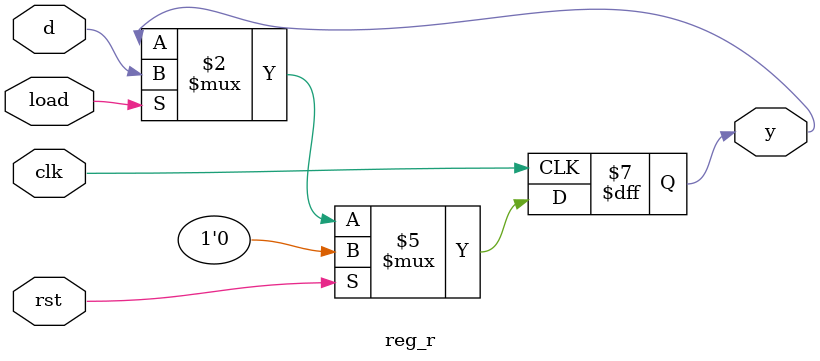
<source format=v>
`timescale 1ns / 1ps
module reg_r(
input clk,
input rst,
input d,
input load,
output reg y

    );
    always @(posedge clk)
    begin
    if(rst)
    y<=1'b0;
    else if(load)
    y<=d;
    end
endmodule

</source>
